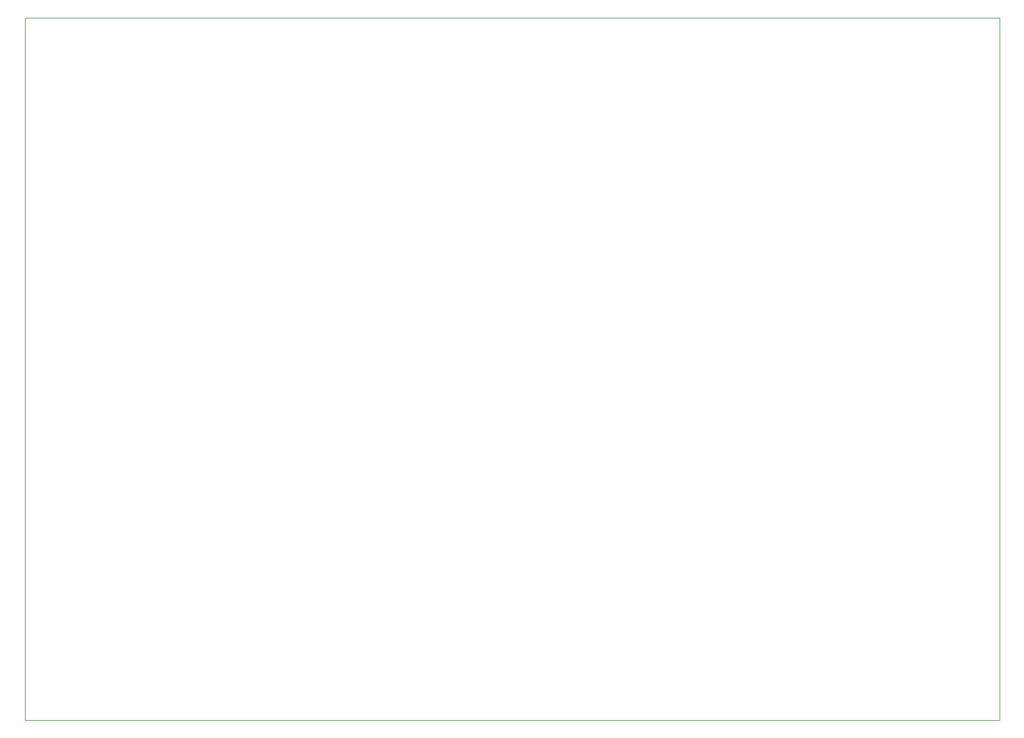
<source format=gbr>
G04 #@! TF.FileFunction,Profile,NP*
%FSLAX46Y46*%
G04 Gerber Fmt 4.6, Leading zero omitted, Abs format (unit mm)*
G04 Created by KiCad (PCBNEW 4.0.6-e0-6349~53~ubuntu16.04.1) date Sun Mar 26 23:02:30 2017*
%MOMM*%
%LPD*%
G01*
G04 APERTURE LIST*
%ADD10C,0.100000*%
G04 APERTURE END LIST*
D10*
X25400000Y-152400000D02*
X164000000Y-152400000D01*
X25400000Y-52400200D02*
X164000000Y-52400200D01*
X25400000Y-52400200D02*
X25400000Y-152400000D01*
X164000000Y-152400000D02*
X164000000Y-52400200D01*
M02*

</source>
